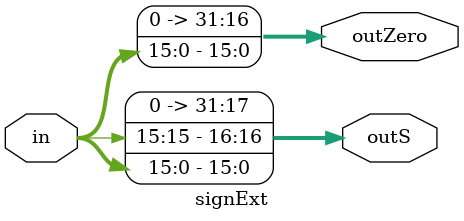
<source format=v>
module signExt(input [15:0]in, output [31:0] outS, output [31:0] outZero);
  assign outS[15:0] = in[15:0];
  assign outS[31:16] = in[15];
  assign outZero[15:0] = in[15:0];
  assign outZero[31:16] = 16'h0000;
  
endmodule
</source>
